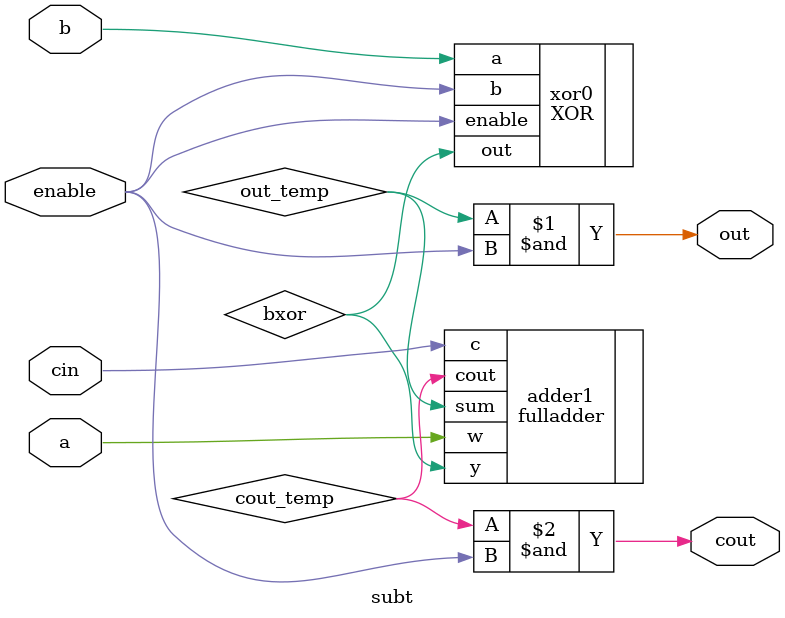
<source format=v>
module subt(a,b,out,enable,cin,cout);

input a,b,cin,enable;
output out,cout;

wire bxor,out_temp,cout_temp;

XOR xor0
(
    .a(b),
    .b(enable),
    .out(bxor),
    .enable(enable)
);

fulladder adder1
(
    .w(a),
    .y(bxor),
    .c(cin),
    .sum(out_temp),
    .cout(cout_temp)
);

and(out,out_temp,enable);
and(cout,cout_temp,enable);

endmodule
</source>
